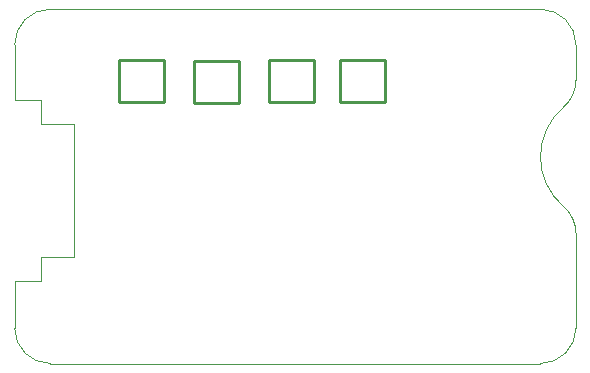
<source format=gko>
G04 Layer: BoardOutlineLayer*
G04 EasyEDA v6.5.46, 2024-08-14 00:49:08*
G04 dde63f3f8315456bab8066d9accbbf49,2068458b4593477ca407b24a564fb9b8,10*
G04 Gerber Generator version 0.2*
G04 Scale: 100 percent, Rotated: No, Reflected: No *
G04 Dimensions in millimeters *
G04 leading zeros omitted , absolute positions ,4 integer and 5 decimal *
%FSLAX45Y45*%
%MOMM*%

%ADD10C,0.2540*%
%ADD11C,0.1001*%
D10*
X3073400Y2755900D02*
G01*
X3454400Y2755900D01*
X3454400Y2400300D01*
X3073400Y2400300D01*
X3073400Y2482342D01*
X3073400Y2609595D01*
X3073400Y2755900D01*
X2476500Y2755900D02*
G01*
X2857500Y2755900D01*
X2857500Y2400300D01*
X2476500Y2400300D01*
X2476500Y2482342D01*
X2476500Y2609595D01*
X2476500Y2755900D01*
X1841500Y2749550D02*
G01*
X2222500Y2749550D01*
X2222500Y2393950D01*
X1841500Y2393950D01*
X1841500Y2475997D01*
X1841500Y2603251D01*
X1841500Y2749550D01*
X1206500Y2755900D02*
G01*
X1587500Y2755900D01*
X1587500Y2400300D01*
X1206500Y2400300D01*
X1206500Y2482342D01*
X1206500Y2609595D01*
X1206500Y2755900D01*
D11*
X4773599Y184200D02*
G01*
X621626Y184200D01*
X5073599Y1286123D02*
G01*
X5073599Y484200D01*
X5073599Y2884195D02*
G01*
X5073599Y2582270D01*
X621626Y3184194D02*
G01*
X4773599Y3184194D01*
X321627Y484200D02*
G01*
X321627Y884199D01*
X541627Y884199D01*
X541627Y1084198D01*
X821626Y1084198D01*
X821626Y2214196D01*
X541627Y2214196D01*
X541627Y2414196D01*
X321627Y2414196D01*
X321627Y2884195D01*
G75*
G01*
X321627Y2884195D02*
G02*
X621627Y3184195I300000J0D01*
G75*
G01*
X4773600Y3184195D02*
G02*
X5073599Y2884195I0J-300000D01*
G75*
G01*
X5073599Y2582271D02*
G02*
X4967717Y2353539I-299999J-1D01*
G75*
G01*
X4967717Y2353539D02*
G03*
X4967717Y1514856I355881J-419342D01*
G75*
G01*
X4967717Y1514856D02*
G02*
X5073599Y1286124I-194117J-228732D01*
G75*
G01*
X5073599Y484200D02*
G02*
X4773600Y184201I-299999J0D01*
G75*
G01*
X621627Y184201D02*
G02*
X321627Y484200I0J299999D01*

%LPD*%
M02*

</source>
